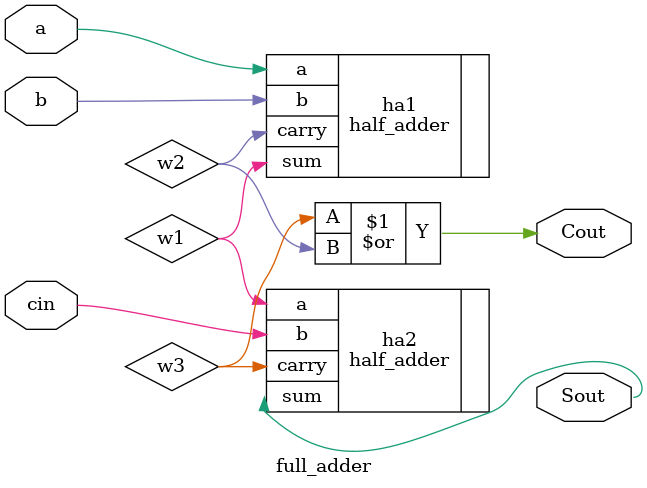
<source format=sv>
`timescale 1ns / 1ps


module full_adder(
input logic a,
input logic b,
input logic cin,
output logic Sout,  
output logic Cout  );
    
logic w1, w2,w3; 
    
    half_adder ha1(.a(a), .b(b), .sum(w1), .carry(w2)    );
    half_adder ha2(.a(w1), .b(cin), .sum(Sout), .carry(w3)    );
    or(Cout,w3,w2);
    
    
endmodule

</source>
